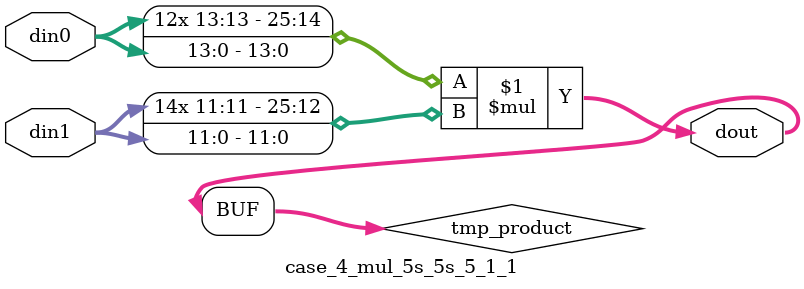
<source format=v>

`timescale 1 ns / 1 ps

 module case_4_mul_5s_5s_5_1_1(din0, din1, dout);
parameter ID = 1;
parameter NUM_STAGE = 0;
parameter din0_WIDTH = 14;
parameter din1_WIDTH = 12;
parameter dout_WIDTH = 26;

input [din0_WIDTH - 1 : 0] din0; 
input [din1_WIDTH - 1 : 0] din1; 
output [dout_WIDTH - 1 : 0] dout;

wire signed [dout_WIDTH - 1 : 0] tmp_product;



























assign tmp_product = $signed(din0) * $signed(din1);








assign dout = tmp_product;





















endmodule

</source>
